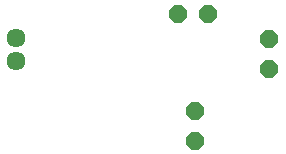
<source format=gbs>
G75*
%MOIN*%
%OFA0B0*%
%FSLAX25Y25*%
%IPPOS*%
%LPD*%
%AMOC8*
5,1,8,0,0,1.08239X$1,22.5*
%
%ADD10OC8,0.06000*%
%ADD11C,0.06343*%
D10*
X0073480Y0010724D03*
X0073480Y0020724D03*
X0098205Y0034661D03*
X0098205Y0044661D03*
X0077693Y0053047D03*
X0067693Y0053047D03*
D11*
X0013835Y0037102D03*
X0013835Y0044976D03*
M02*

</source>
